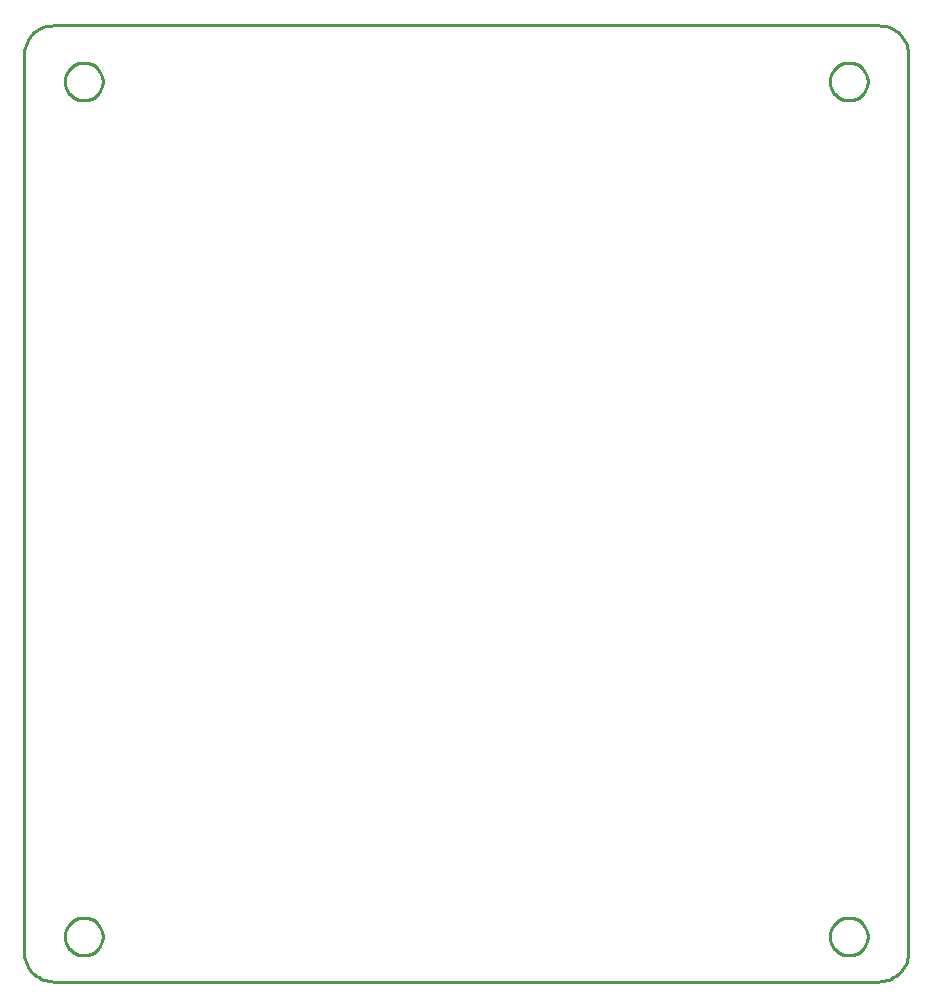
<source format=gbr>
G04 EAGLE Gerber RS-274X export*
G75*
%MOMM*%
%FSLAX34Y34*%
%LPD*%
%IN*%
%IPPOS*%
%AMOC8*
5,1,8,0,0,1.08239X$1,22.5*%
G01*
%ADD10C,0.254000*%


D10*
X0Y25400D02*
X97Y23186D01*
X386Y20989D01*
X865Y18826D01*
X1532Y16713D01*
X2380Y14666D01*
X3403Y12700D01*
X4594Y10831D01*
X5942Y9073D01*
X7440Y7440D01*
X9073Y5942D01*
X10831Y4594D01*
X12700Y3403D01*
X14666Y2380D01*
X16713Y1532D01*
X18826Y865D01*
X20989Y386D01*
X23186Y97D01*
X25400Y0D01*
X723700Y0D01*
X725914Y97D01*
X728111Y386D01*
X730274Y865D01*
X732387Y1532D01*
X734435Y2380D01*
X736400Y3403D01*
X738269Y4594D01*
X740027Y5942D01*
X741661Y7440D01*
X743158Y9073D01*
X744506Y10831D01*
X745697Y12700D01*
X746720Y14666D01*
X747568Y16713D01*
X748235Y18826D01*
X748714Y20989D01*
X749003Y23186D01*
X749100Y25400D01*
X749100Y784100D01*
X749003Y786314D01*
X748714Y788511D01*
X748235Y790674D01*
X747568Y792787D01*
X746720Y794835D01*
X745697Y796800D01*
X744506Y798669D01*
X743158Y800427D01*
X741661Y802061D01*
X740027Y803558D01*
X738269Y804906D01*
X736400Y806097D01*
X734435Y807120D01*
X732387Y807968D01*
X730274Y808635D01*
X728111Y809114D01*
X725914Y809403D01*
X723700Y809500D01*
X25400Y809500D01*
X23186Y809403D01*
X20989Y809114D01*
X18826Y808635D01*
X16713Y807968D01*
X14666Y807120D01*
X12700Y806097D01*
X10831Y804906D01*
X9073Y803558D01*
X7440Y802061D01*
X5942Y800427D01*
X4594Y798669D01*
X3403Y796800D01*
X2380Y794835D01*
X1532Y792787D01*
X865Y790674D01*
X386Y788511D01*
X97Y786314D01*
X0Y784100D01*
X0Y25400D01*
X66800Y37576D02*
X66732Y36531D01*
X66595Y35492D01*
X66390Y34465D01*
X66119Y33453D01*
X65783Y32461D01*
X65382Y31493D01*
X64918Y30554D01*
X64395Y29646D01*
X63813Y28775D01*
X63175Y27944D01*
X62484Y27157D01*
X61743Y26416D01*
X60956Y25725D01*
X60125Y25088D01*
X59254Y24506D01*
X58346Y23982D01*
X57407Y23518D01*
X56439Y23117D01*
X55447Y22781D01*
X54435Y22510D01*
X53408Y22305D01*
X52369Y22169D01*
X51324Y22100D01*
X50276Y22100D01*
X49231Y22169D01*
X48192Y22305D01*
X47165Y22510D01*
X46153Y22781D01*
X45161Y23117D01*
X44193Y23518D01*
X43254Y23982D01*
X42346Y24506D01*
X41475Y25088D01*
X40644Y25725D01*
X39857Y26416D01*
X39116Y27157D01*
X38425Y27944D01*
X37788Y28775D01*
X37206Y29646D01*
X36682Y30554D01*
X36218Y31493D01*
X35817Y32461D01*
X35481Y33453D01*
X35210Y34465D01*
X35005Y35492D01*
X34869Y36531D01*
X34800Y37576D01*
X34800Y38624D01*
X34869Y39669D01*
X35005Y40708D01*
X35210Y41735D01*
X35481Y42747D01*
X35817Y43739D01*
X36218Y44707D01*
X36682Y45646D01*
X37206Y46554D01*
X37788Y47425D01*
X38425Y48256D01*
X39116Y49043D01*
X39857Y49784D01*
X40644Y50475D01*
X41475Y51113D01*
X42346Y51695D01*
X43254Y52218D01*
X44193Y52682D01*
X45161Y53083D01*
X46153Y53419D01*
X47165Y53690D01*
X48192Y53895D01*
X49231Y54032D01*
X50276Y54100D01*
X51324Y54100D01*
X52369Y54032D01*
X53408Y53895D01*
X54435Y53690D01*
X55447Y53419D01*
X56439Y53083D01*
X57407Y52682D01*
X58346Y52218D01*
X59254Y51695D01*
X60125Y51113D01*
X60956Y50475D01*
X61743Y49784D01*
X62484Y49043D01*
X63175Y48256D01*
X63813Y47425D01*
X64395Y46554D01*
X64918Y45646D01*
X65382Y44707D01*
X65783Y43739D01*
X66119Y42747D01*
X66390Y41735D01*
X66595Y40708D01*
X66732Y39669D01*
X66800Y38624D01*
X66800Y37576D01*
X714500Y37576D02*
X714432Y36531D01*
X714295Y35492D01*
X714090Y34465D01*
X713819Y33453D01*
X713483Y32461D01*
X713082Y31493D01*
X712618Y30554D01*
X712095Y29646D01*
X711513Y28775D01*
X710875Y27944D01*
X710184Y27157D01*
X709443Y26416D01*
X708656Y25725D01*
X707825Y25088D01*
X706954Y24506D01*
X706046Y23982D01*
X705107Y23518D01*
X704139Y23117D01*
X703147Y22781D01*
X702135Y22510D01*
X701108Y22305D01*
X700069Y22169D01*
X699024Y22100D01*
X697976Y22100D01*
X696931Y22169D01*
X695892Y22305D01*
X694865Y22510D01*
X693853Y22781D01*
X692861Y23117D01*
X691893Y23518D01*
X690954Y23982D01*
X690046Y24506D01*
X689175Y25088D01*
X688344Y25725D01*
X687557Y26416D01*
X686816Y27157D01*
X686125Y27944D01*
X685488Y28775D01*
X684906Y29646D01*
X684382Y30554D01*
X683918Y31493D01*
X683517Y32461D01*
X683181Y33453D01*
X682910Y34465D01*
X682705Y35492D01*
X682569Y36531D01*
X682500Y37576D01*
X682500Y38624D01*
X682569Y39669D01*
X682705Y40708D01*
X682910Y41735D01*
X683181Y42747D01*
X683517Y43739D01*
X683918Y44707D01*
X684382Y45646D01*
X684906Y46554D01*
X685488Y47425D01*
X686125Y48256D01*
X686816Y49043D01*
X687557Y49784D01*
X688344Y50475D01*
X689175Y51113D01*
X690046Y51695D01*
X690954Y52218D01*
X691893Y52682D01*
X692861Y53083D01*
X693853Y53419D01*
X694865Y53690D01*
X695892Y53895D01*
X696931Y54032D01*
X697976Y54100D01*
X699024Y54100D01*
X700069Y54032D01*
X701108Y53895D01*
X702135Y53690D01*
X703147Y53419D01*
X704139Y53083D01*
X705107Y52682D01*
X706046Y52218D01*
X706954Y51695D01*
X707825Y51113D01*
X708656Y50475D01*
X709443Y49784D01*
X710184Y49043D01*
X710875Y48256D01*
X711513Y47425D01*
X712095Y46554D01*
X712618Y45646D01*
X713082Y44707D01*
X713483Y43739D01*
X713819Y42747D01*
X714090Y41735D01*
X714295Y40708D01*
X714432Y39669D01*
X714500Y38624D01*
X714500Y37576D01*
X66800Y761476D02*
X66732Y760431D01*
X66595Y759392D01*
X66390Y758365D01*
X66119Y757353D01*
X65783Y756361D01*
X65382Y755393D01*
X64918Y754454D01*
X64395Y753546D01*
X63813Y752675D01*
X63175Y751844D01*
X62484Y751057D01*
X61743Y750316D01*
X60956Y749625D01*
X60125Y748988D01*
X59254Y748406D01*
X58346Y747882D01*
X57407Y747418D01*
X56439Y747017D01*
X55447Y746681D01*
X54435Y746410D01*
X53408Y746205D01*
X52369Y746069D01*
X51324Y746000D01*
X50276Y746000D01*
X49231Y746069D01*
X48192Y746205D01*
X47165Y746410D01*
X46153Y746681D01*
X45161Y747017D01*
X44193Y747418D01*
X43254Y747882D01*
X42346Y748406D01*
X41475Y748988D01*
X40644Y749625D01*
X39857Y750316D01*
X39116Y751057D01*
X38425Y751844D01*
X37788Y752675D01*
X37206Y753546D01*
X36682Y754454D01*
X36218Y755393D01*
X35817Y756361D01*
X35481Y757353D01*
X35210Y758365D01*
X35005Y759392D01*
X34869Y760431D01*
X34800Y761476D01*
X34800Y762524D01*
X34869Y763569D01*
X35005Y764608D01*
X35210Y765635D01*
X35481Y766647D01*
X35817Y767639D01*
X36218Y768607D01*
X36682Y769546D01*
X37206Y770454D01*
X37788Y771325D01*
X38425Y772156D01*
X39116Y772943D01*
X39857Y773684D01*
X40644Y774375D01*
X41475Y775013D01*
X42346Y775595D01*
X43254Y776118D01*
X44193Y776582D01*
X45161Y776983D01*
X46153Y777319D01*
X47165Y777590D01*
X48192Y777795D01*
X49231Y777932D01*
X50276Y778000D01*
X51324Y778000D01*
X52369Y777932D01*
X53408Y777795D01*
X54435Y777590D01*
X55447Y777319D01*
X56439Y776983D01*
X57407Y776582D01*
X58346Y776118D01*
X59254Y775595D01*
X60125Y775013D01*
X60956Y774375D01*
X61743Y773684D01*
X62484Y772943D01*
X63175Y772156D01*
X63813Y771325D01*
X64395Y770454D01*
X64918Y769546D01*
X65382Y768607D01*
X65783Y767639D01*
X66119Y766647D01*
X66390Y765635D01*
X66595Y764608D01*
X66732Y763569D01*
X66800Y762524D01*
X66800Y761476D01*
X714500Y761476D02*
X714432Y760431D01*
X714295Y759392D01*
X714090Y758365D01*
X713819Y757353D01*
X713483Y756361D01*
X713082Y755393D01*
X712618Y754454D01*
X712095Y753546D01*
X711513Y752675D01*
X710875Y751844D01*
X710184Y751057D01*
X709443Y750316D01*
X708656Y749625D01*
X707825Y748988D01*
X706954Y748406D01*
X706046Y747882D01*
X705107Y747418D01*
X704139Y747017D01*
X703147Y746681D01*
X702135Y746410D01*
X701108Y746205D01*
X700069Y746069D01*
X699024Y746000D01*
X697976Y746000D01*
X696931Y746069D01*
X695892Y746205D01*
X694865Y746410D01*
X693853Y746681D01*
X692861Y747017D01*
X691893Y747418D01*
X690954Y747882D01*
X690046Y748406D01*
X689175Y748988D01*
X688344Y749625D01*
X687557Y750316D01*
X686816Y751057D01*
X686125Y751844D01*
X685488Y752675D01*
X684906Y753546D01*
X684382Y754454D01*
X683918Y755393D01*
X683517Y756361D01*
X683181Y757353D01*
X682910Y758365D01*
X682705Y759392D01*
X682569Y760431D01*
X682500Y761476D01*
X682500Y762524D01*
X682569Y763569D01*
X682705Y764608D01*
X682910Y765635D01*
X683181Y766647D01*
X683517Y767639D01*
X683918Y768607D01*
X684382Y769546D01*
X684906Y770454D01*
X685488Y771325D01*
X686125Y772156D01*
X686816Y772943D01*
X687557Y773684D01*
X688344Y774375D01*
X689175Y775013D01*
X690046Y775595D01*
X690954Y776118D01*
X691893Y776582D01*
X692861Y776983D01*
X693853Y777319D01*
X694865Y777590D01*
X695892Y777795D01*
X696931Y777932D01*
X697976Y778000D01*
X699024Y778000D01*
X700069Y777932D01*
X701108Y777795D01*
X702135Y777590D01*
X703147Y777319D01*
X704139Y776983D01*
X705107Y776582D01*
X706046Y776118D01*
X706954Y775595D01*
X707825Y775013D01*
X708656Y774375D01*
X709443Y773684D01*
X710184Y772943D01*
X710875Y772156D01*
X711513Y771325D01*
X712095Y770454D01*
X712618Y769546D01*
X713082Y768607D01*
X713483Y767639D01*
X713819Y766647D01*
X714090Y765635D01*
X714295Y764608D01*
X714432Y763569D01*
X714500Y762524D01*
X714500Y761476D01*
M02*

</source>
